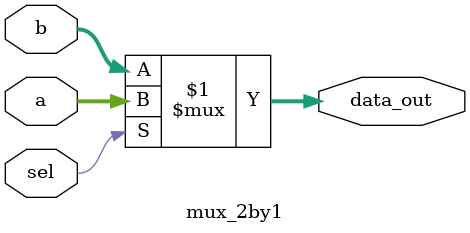
<source format=v>
module mux_2by1
(
    input [63:0] a, b,
    input sel,
    output [63:0] data_out   
);

assign data_out = sel ? a : b;


endmodule 
</source>
